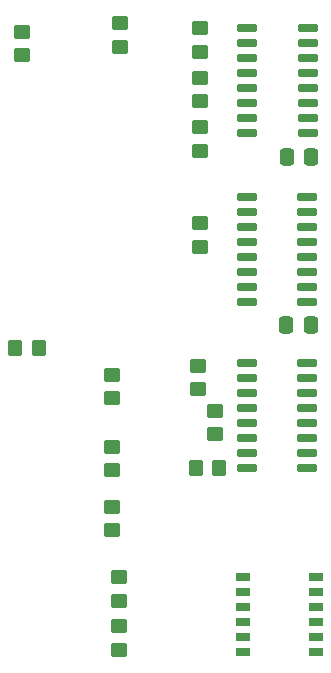
<source format=gbr>
%TF.GenerationSoftware,KiCad,Pcbnew,8.0.5*%
%TF.CreationDate,2024-11-12T16:02:29-04:00*%
%TF.ProjectId,RAMAUXB_V2_Github,52414d41-5558-4425-9f56-325f47697468,rev?*%
%TF.SameCoordinates,Original*%
%TF.FileFunction,Paste,Top*%
%TF.FilePolarity,Positive*%
%FSLAX46Y46*%
G04 Gerber Fmt 4.6, Leading zero omitted, Abs format (unit mm)*
G04 Created by KiCad (PCBNEW 8.0.5) date 2024-11-12 16:02:29*
%MOMM*%
%LPD*%
G01*
G04 APERTURE LIST*
G04 Aperture macros list*
%AMRoundRect*
0 Rectangle with rounded corners*
0 $1 Rounding radius*
0 $2 $3 $4 $5 $6 $7 $8 $9 X,Y pos of 4 corners*
0 Add a 4 corners polygon primitive as box body*
4,1,4,$2,$3,$4,$5,$6,$7,$8,$9,$2,$3,0*
0 Add four circle primitives for the rounded corners*
1,1,$1+$1,$2,$3*
1,1,$1+$1,$4,$5*
1,1,$1+$1,$6,$7*
1,1,$1+$1,$8,$9*
0 Add four rect primitives between the rounded corners*
20,1,$1+$1,$2,$3,$4,$5,0*
20,1,$1+$1,$4,$5,$6,$7,0*
20,1,$1+$1,$6,$7,$8,$9,0*
20,1,$1+$1,$8,$9,$2,$3,0*%
G04 Aperture macros list end*
%ADD10RoundRect,0.250000X-0.450000X0.350000X-0.450000X-0.350000X0.450000X-0.350000X0.450000X0.350000X0*%
%ADD11RoundRect,0.250000X0.450000X-0.350000X0.450000X0.350000X-0.450000X0.350000X-0.450000X-0.350000X0*%
%ADD12RoundRect,0.250000X-0.337500X-0.475000X0.337500X-0.475000X0.337500X0.475000X-0.337500X0.475000X0*%
%ADD13RoundRect,0.150000X0.725000X0.150000X-0.725000X0.150000X-0.725000X-0.150000X0.725000X-0.150000X0*%
%ADD14RoundRect,0.250000X0.350000X0.450000X-0.350000X0.450000X-0.350000X-0.450000X0.350000X-0.450000X0*%
%ADD15R,1.250000X0.760000*%
G04 APERTURE END LIST*
D10*
%TO.C,R8*%
X91050000Y-131010000D03*
X91050000Y-133010000D03*
%TD*%
D11*
%TO.C,R13*%
X91640000Y-143140000D03*
X91640000Y-141140000D03*
%TD*%
D12*
%TO.C,C2*%
X105872500Y-101370000D03*
X107947500Y-101370000D03*
%TD*%
D10*
%TO.C,R2*%
X98470000Y-90510000D03*
X98470000Y-92510000D03*
%TD*%
D13*
%TO.C,U1*%
X107675000Y-99345000D03*
X107675000Y-98075000D03*
X107675000Y-96805000D03*
X107675000Y-95535000D03*
X107675000Y-94265000D03*
X107675000Y-92995000D03*
X107675000Y-91725000D03*
X107675000Y-90455000D03*
X102525000Y-90455000D03*
X102525000Y-91725000D03*
X102525000Y-92995000D03*
X102525000Y-94265000D03*
X102525000Y-95535000D03*
X102525000Y-96805000D03*
X102525000Y-98075000D03*
X102525000Y-99345000D03*
%TD*%
D10*
%TO.C,R5*%
X83452500Y-90805000D03*
X83452500Y-92805000D03*
%TD*%
D14*
%TO.C,R14*%
X100155000Y-127765000D03*
X98155000Y-127765000D03*
%TD*%
D10*
%TO.C,R3*%
X98470000Y-94680000D03*
X98470000Y-96680000D03*
%TD*%
%TO.C,R15*%
X99805000Y-122885000D03*
X99805000Y-124885000D03*
%TD*%
D13*
%TO.C,U3*%
X107605000Y-127740000D03*
X107605000Y-126470000D03*
X107605000Y-125200000D03*
X107605000Y-123930000D03*
X107605000Y-122660000D03*
X107605000Y-121390000D03*
X107605000Y-120120000D03*
X107605000Y-118850000D03*
X102455000Y-118850000D03*
X102455000Y-120120000D03*
X102455000Y-121390000D03*
X102455000Y-122660000D03*
X102455000Y-123930000D03*
X102455000Y-125200000D03*
X102455000Y-126470000D03*
X102455000Y-127740000D03*
%TD*%
D11*
%TO.C,R10*%
X98470000Y-100870000D03*
X98470000Y-98870000D03*
%TD*%
D10*
%TO.C,R6*%
X91050000Y-119850000D03*
X91050000Y-121850000D03*
%TD*%
%TO.C,R4*%
X98470000Y-107030000D03*
X98470000Y-109030000D03*
%TD*%
D14*
%TO.C,R9*%
X84845000Y-117545000D03*
X82845000Y-117545000D03*
%TD*%
D10*
%TO.C,R12*%
X91650000Y-136975000D03*
X91650000Y-138975000D03*
%TD*%
D11*
%TO.C,R11*%
X98340000Y-121080000D03*
X98340000Y-119080000D03*
%TD*%
D13*
%TO.C,U2*%
X107600000Y-113659600D03*
X107600000Y-112389600D03*
X107600000Y-111119600D03*
X107600000Y-109849600D03*
X107600000Y-108579600D03*
X107600000Y-107309600D03*
X107600000Y-106039600D03*
X107600000Y-104769600D03*
X102450000Y-104769600D03*
X102450000Y-106039600D03*
X102450000Y-107309600D03*
X102450000Y-108579600D03*
X102450000Y-109849600D03*
X102450000Y-111119600D03*
X102450000Y-112389600D03*
X102450000Y-113659600D03*
%TD*%
D11*
%TO.C,R1*%
X91695000Y-92065000D03*
X91695000Y-90065000D03*
%TD*%
D10*
%TO.C,R7*%
X91050000Y-125925000D03*
X91050000Y-127925000D03*
%TD*%
D12*
%TO.C,C1*%
X105824770Y-115629814D03*
X107899770Y-115629814D03*
%TD*%
D15*
%TO.C,SWB1*%
X108320000Y-143280000D03*
X108320000Y-142010000D03*
X108320000Y-140740000D03*
X108320000Y-139470000D03*
X108320000Y-138200000D03*
X108320000Y-136930000D03*
X102170000Y-136930000D03*
X102170000Y-138200000D03*
X102170000Y-139470000D03*
X102170000Y-140740000D03*
X102170000Y-142010000D03*
X102170000Y-143280000D03*
%TD*%
M02*

</source>
